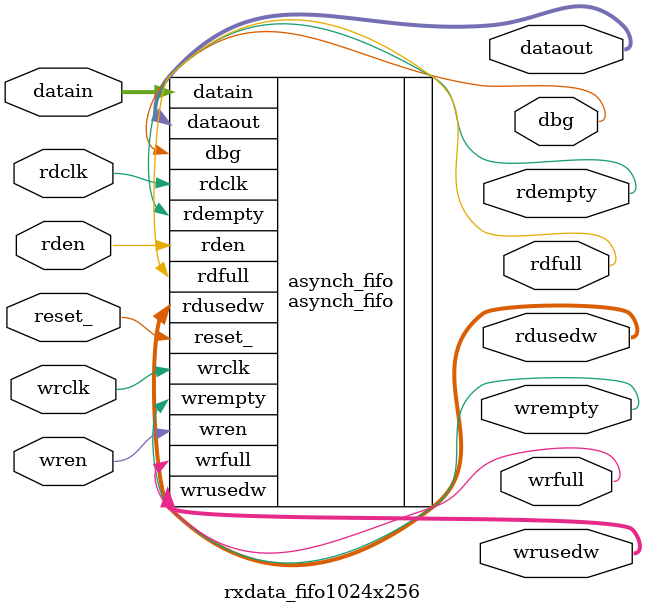
<source format=v>

`timescale 1ns / 1ps

module rxdata_fifo1024x256 # (parameter WIDTH = 256,         // considering 8X8 fifo
								DEPTH = 1024,
								PTR	= 10 )          // 2**3 = 8 (DEPTH)

		  (
			input wire reset_,
			//=== Signals for WRITE

			input  wire 				wrclk,      // Clk for writing data                              
			input  wire 				wren,       // request to write                                     
			input  wire [WIDTH-1 : 0]	datain,     // Data coming in                                 
			output wire					wrfull,     // indicates fifo is full or not (To avoid overiding)
			output wire 			 	wrempty,    // 0- some data is present (atleast 1 data is present)                                            
			output wire	[PTR  : 0]		wrusedw,    // number of slots currently in use for writing                                                                                                         
                                                    

			//=== Signals for READ

			input  wire 				rdclk,      // Clk for reading data                                
			input  wire 				rden,       // Request to read from FIFO                           
			output wire [WIDTH-1 : 0]	dataout,    // Data coming out                                     
			output wire 				rdfull,     // 1-FIFO IS FULL (DATA AVAILABLE FOR READ is == DEPTH) 
			output wire 					rdempty,    // indicates fifo is empty or not (to avoid underflow)  
			output wire [PTR  : 0] 	rdusedw,    // number of slots currently in use for reading

			//=== Signals for TEST

			output wire dbg

);


			
			
asynch_fifo # ( .WIDTH(WIDTH),         // considering 8X8 fifo
								.DEPTH(DEPTH),
								.PTR(PTR) )          // 2**3 = 8 (DEPTH)

asynch_fifo		  (
			.reset_(reset_),
			//=== Signals for WRITE

			.wrclk(wrclk),      // Clk for writing data                              
			.wren(wren),       // request to write                                     
			.datain(datain),     // Data coming in                                 
			.wrfull(wrfull),     // indicates fifo is full or not (To avoid overiding)
			.wrempty(wrempty),    // 0- some data is present (atleast 1 data is present)                                            
			.wrusedw(wrusedw),    // number of slots currently in use for writing                                                                                                         
                                                    

			//=== Signals for READ

			.rdclk(rdclk),      // Clk for reading data                                
			.rden(rden),       // Request to read from FIFO                           
			.dataout(dataout),    // Data coming out                                     
			.rdfull(rdfull),     // 1-FIFO IS FULL (DATA AVAILABLE FOR READ is == DEPTH) 
			.rdempty(rdempty),    // indicates fifo is empty or not (to avoid underflow)  
			.rdusedw(rdusedw),    // number of slots currently in use for reading

			//=== Signals for TEST

			.dbg(dbg)

);			
			
			
			
			
endmodule




</source>
